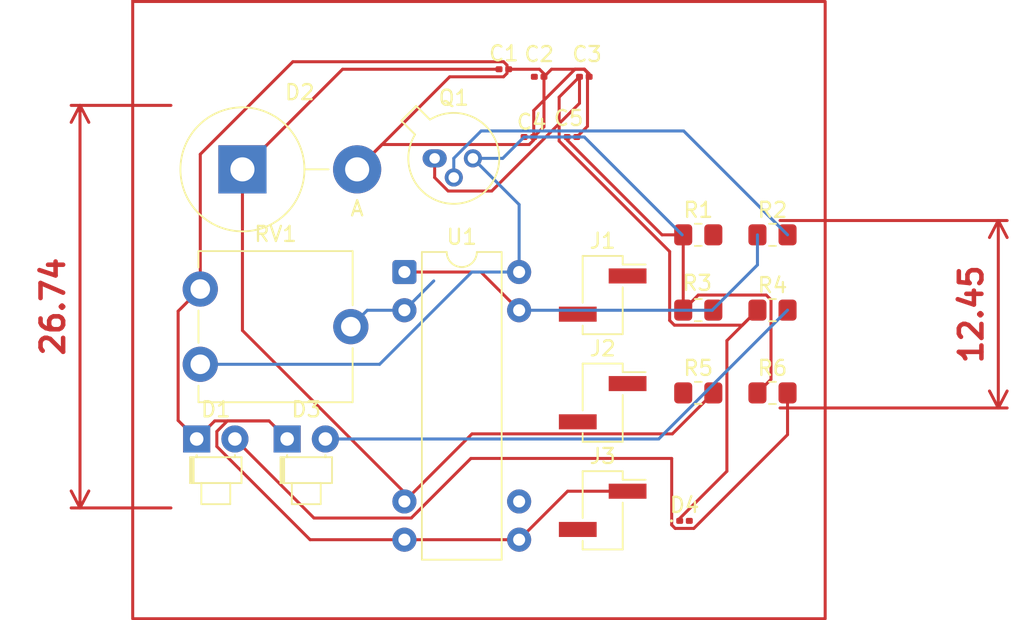
<source format=kicad_pcb>
(kicad_pcb (version 20241229) (generator "pcbnew") (generator_version "9.0")
  (layers (0 "F.Cu" signal) (2 "B.Cu" signal) (13 "F.Paste" user) (15 "B.Paste" user) (5 "F.SilkS" user "F.Silkscreen") (7 "B.SilkS" user "B.Silkscreen") (1 "F.Mask" user) (3 "B.Mask" user) (25 "Edge.Cuts" user))
  (net 0 "")
  (net 1 "GND")
  (net 2 "Net-(D2-K)")
  (net 3 "Net-(U1A--)")
  (net 4 "Net-(D4-K)")
  (net 5 "+5V")
  (net 6 "Net-(D1-A)")
  (net 7 "Net-(D3-A)")
  (net 8 "Net-(J1-Pin_2)")
  (net 9 "Net-(Q1-B)")
  (net 10 "Net-(R2-Pad1)")
  (footprint "Resistor_SMD:R_0805_2012Metric_Pad1.20x1.40mm_HandSolder" (layer "F.Cu") (at 180 78)
    (property "Reference" "R6" (at 0 -1.65 0) (layer "F.SilkS"))
    (property "Value" "R")
    (fp_line (start -0.227064 -0.735) (end 0.227064 -0.735) (stroke (width 0.12)) (layer "F.SilkS"))
    (fp_line (start -0.227064 0.735) (end 0.227064 0.735) (stroke (width 0.12)) (layer "F.SilkS"))
    (pad "1" smd roundrect (at -1 0) (size 1.2 1.4) (layers "F.Cu" "F.Mask" "F.Paste") (roundrect_rratio 0.208333) (net 5 "+5V"))
    (pad "2" smd roundrect (at 1 0) (size 1.2 1.4) (layers "F.Cu" "F.Mask" "F.Paste") (roundrect_rratio 0.208333) (net 6 "Net-(D1-A)"))
  )
  (footprint "Capacitor_SMD:C_0201_0603Metric" (layer "F.Cu") (at 166.68 61)
    (property "Reference" "C5" (at -0.22 -1.25 0) (layer "F.SilkS"))
    (property "Value" "C")
    (pad "1" smd roundrect (at -0.32 0) (size 0.46 0.4) (layers "F.Cu" "F.Mask") (net 5 "+5V"))
    (pad "2" smd roundrect (at 0.32 0) (size 0.46 0.4) (layers "F.Cu" "F.Mask") (net 1 "GND"))
  )
  (footprint "Diode_SMD:D_0201_0603Metric" (layer "F.Cu") (at 174.155 86.5)
    (property "Reference" "D4" (at 0 -1.05 0) (layer "F.SilkS"))
    (property "Value" "D_Filled")
    (fp_circle (center -0.86 0) (end -0.81 0) (stroke (width 0.1)) (fill no) (layer "F.SilkS"))
    (pad "1" smd roundrect (at -0.32 0) (size 0.46 0.4) (layers "F.Cu" "F.Mask") (net 4 "Net-(D4-K)"))
    (pad "2" smd roundrect (at 0.32 0) (size 0.46 0.4) (layers "F.Cu" "F.Mask") (net 1 "GND"))
  )
  (footprint "Resistor_SMD:R_0805_2012Metric_Pad1.20x1.40mm_HandSolder" (layer "F.Cu") (at 175.07 72.5)
    (property "Reference" "R3" (at -0.07 -1.8 0) (layer "F.SilkS"))
    (property "Value" "R")
    (fp_line (start -0.227064 -0.735) (end 0.227064 -0.735) (stroke (width 0.12)) (layer "F.SilkS"))
    (fp_line (start -0.227064 0.735) (end 0.227064 0.735) (stroke (width 0.12)) (layer "F.SilkS"))
    (pad "1" smd roundrect (at -1 0) (size 1.2 1.4) (layers "F.Cu" "F.Mask" "F.Paste") (roundrect_rratio 0.208333) (net 5 "+5V"))
    (pad "2" smd roundrect (at 1 0) (size 1.2 1.4) (layers "F.Cu" "F.Mask" "F.Paste") (roundrect_rratio 0.208333) (net 10 "Net-(R2-Pad1)"))
  )
  (footprint "Connector_PinHeader_2.54mm:PinHeader_1x02_P2.54mm_Vertical_SMD_Pin1Right" (layer "F.Cu") (at 168.72 71.5)
    (property "Reference" "J1" (at 0 -3.6 0) (layer "F.SilkS"))
    (property "Value" "Conn_01x02_Pin")
    (fp_line (start -1.33 -2.6) (end -1.33 0.51) (stroke (width 0.12)) (layer "F.SilkS"))
    (fp_line (start -1.33 -2.6) (end 1.33 -2.6) (stroke (width 0.12)) (layer "F.SilkS"))
    (fp_line (start -1.33 2.03) (end -1.33 2.6) (stroke (width 0.12)) (layer "F.SilkS"))
    (fp_line (start -1.33 2.6) (end 1.33 2.6) (stroke (width 0.12)) (layer "F.SilkS"))
    (fp_line (start 1.33 -2.6) (end 1.33 -2.03) (stroke (width 0.12)) (layer "F.SilkS"))
    (fp_line (start 1.33 -2.03) (end 2.85 -2.03) (stroke (width 0.12)) (layer "F.SilkS"))
    (fp_line (start 1.33 -0.51) (end 1.33 2.6) (stroke (width 0.12)) (layer "F.SilkS"))
    (pad "1" smd rect (at 1.655 -1.27) (size 2.51 1) (layers "F.Cu" "F.Mask" "F.Paste") (net 1 "GND"))
    (pad "2" smd rect (at -1.655 1.27) (size 2.51 1) (layers "F.Cu" "F.Mask" "F.Paste") (net 8 "Net-(J1-Pin_2)"))
  )
  (footprint "Connector_PinHeader_2.54mm:PinHeader_1x02_P2.54mm_Vertical_SMD_Pin1Right" (layer "F.Cu") (at 168.72 78.65)
    (property "Reference" "J2" (at 0 -3.6 0) (layer "F.SilkS"))
    (property "Value" "Conn_01x02_Pin")
    (fp_line (start -1.33 -2.6) (end -1.33 0.51) (stroke (width 0.12)) (layer "F.SilkS"))
    (fp_line (start -1.33 -2.6) (end 1.33 -2.6) (stroke (width 0.12)) (layer "F.SilkS"))
    (fp_line (start -1.33 2.03) (end -1.33 2.6) (stroke (width 0.12)) (layer "F.SilkS"))
    (fp_line (start -1.33 2.6) (end 1.33 2.6) (stroke (width 0.12)) (layer "F.SilkS"))
    (fp_line (start 1.33 -2.6) (end 1.33 -2.03) (stroke (width 0.12)) (layer "F.SilkS"))
    (fp_line (start 1.33 -2.03) (end 2.85 -2.03) (stroke (width 0.12)) (layer "F.SilkS"))
    (fp_line (start 1.33 -0.51) (end 1.33 2.6) (stroke (width 0.12)) (layer "F.SilkS"))
    (pad "1" smd rect (at 1.655 -1.27) (size 2.51 1) (layers "F.Cu" "F.Mask" "F.Paste") (net 1 "GND"))
    (pad "2" smd rect (at -1.655 1.27) (size 2.51 1) (layers "F.Cu" "F.Mask" "F.Paste") (net 5 "+5V"))
  )
  (footprint "LED_THT:LED_D1.8mm_W1.8mm_H2.4mm_Horizontal_O1.27mm_Z1.6mm" (layer "F.Cu") (at 147.76 81.06)
    (property "Reference" "D3" (at 1.27 -1.96 0) (layer "F.SilkS"))
    (property "Value" "LED")
    (fp_line (start -0.44 1.21) (end -0.44 2.93) (stroke (width 0.12)) (layer "F.SilkS"))
    (fp_line (start -0.44 2.93) (end 2.98 2.93) (stroke (width 0.12)) (layer "F.SilkS"))
    (fp_line (start -0.32 1.21) (end -0.32 2.93) (stroke (width 0.12)) (layer "F.SilkS"))
    (fp_line (start -0.2 1.21) (end -0.2 2.93) (stroke (width 0.12)) (layer "F.SilkS"))
    (fp_line (start 0 1.08) (end 0 1.08) (stroke (width 0.12)) (layer "F.SilkS"))
    (fp_line (start 0 1.08) (end 0 1.21) (stroke (width 0.12)) (layer "F.SilkS"))
    (fp_line (start 0 1.21) (end 0 1.08) (stroke (width 0.12)) (layer "F.SilkS"))
    (fp_line (start 0 1.21) (end 0 1.21) (stroke (width 0.12)) (layer "F.SilkS"))
    (fp_line (start 0.31 2.93) (end 0.31 4.33) (stroke (width 0.12)) (layer "F.SilkS"))
    (fp_line (start 0.31 4.33) (end 2.23 4.33) (stroke (width 0.12)) (layer "F.SilkS"))
    (fp_line (start 2.23 2.93) (end 0.31 2.93) (stroke (width 0.12)) (layer "F.SilkS"))
    (fp_line (start 2.23 4.33) (end 2.23 2.93) (stroke (width 0.12)) (layer "F.SilkS"))
    (fp_line (start 2.54 1.08) (end 2.54 1.08) (stroke (width 0.12)) (layer "F.SilkS"))
    (fp_line (start 2.54 1.08) (end 2.54 1.21) (stroke (width 0.12)) (layer "F.SilkS"))
    (fp_line (start 2.54 1.21) (end 2.54 1.08) (stroke (width 0.12)) (layer "F.SilkS"))
    (fp_line (start 2.54 1.21) (end 2.54 1.21) (stroke (width 0.12)) (layer "F.SilkS"))
    (fp_line (start 2.98 1.21) (end -0.44 1.21) (stroke (width 0.12)) (layer "F.SilkS"))
    (fp_line (start 2.98 2.93) (end 2.98 1.21) (stroke (width 0.12)) (layer "F.SilkS"))
    (pad "1" thru_hole rect (at 0 0) (size 1.8 1.8) (drill 0.9) (layers "*.Cu" "*.Mask") (net 1 "GND"))
    (pad "2" thru_hole circle (at 2.54 0) (size 1.8 1.8) (drill 0.9) (layers "*.Cu" "*.Mask") (net 7 "Net-(D3-A)"))
  )
  (footprint "Capacitor_SMD:C_0201_0603Metric" (layer "F.Cu") (at 163.82 61)
    (property "Reference" "C4" (at 0.18 -1 0) (layer "F.SilkS"))
    (property "Value" "C")
    (pad "1" smd roundrect (at -0.32 0) (size 0.46 0.4) (layers "F.Cu" "F.Mask") (net 5 "+5V"))
    (pad "2" smd roundrect (at 0.32 0) (size 0.46 0.4) (layers "F.Cu" "F.Mask") (net 1 "GND"))
  )
  (footprint "Package_TO_SOT_THT:TO-18-3" (layer "F.Cu") (at 157.559448 62.419448)
    (property "Reference" "Q1" (at 1.27 -4.02 0) (layer "F.SilkS"))
    (property "Value" "BC107")
    (fp_line (start -2.214448 -2.494499) (end -1.302281 -1.582331) (stroke (width 0.12)) (layer "F.SilkS"))
    (fp_line (start -1.224499 -3.484448) (end -2.214448 -2.494499) (stroke (width 0.12)) (layer "F.SilkS"))
    (fp_line (start -0.312331 -2.572281) (end -1.224499 -3.484448) (stroke (width 0.12)) (layer "F.SilkS"))
    (fp_arc (start -0.312331 -2.572281) (mid 3.405462 2.135462) (end -1.302281 -1.582331) (stroke (width 0.12)) (layer "F.SilkS"))
    (pad "1" thru_hole oval (at 0 0) (size 1.6 1.2) (drill 0.7) (layers "*.Cu" "*.Mask") (net 4 "Net-(D4-K)"))
    (pad "2" thru_hole circle (at 1.27 1.27) (size 1.2 1.2) (drill 0.7) (layers "*.Cu" "*.Mask") (net 9 "Net-(Q1-B)"))
    (pad "3" thru_hole circle (at 2.54 0) (size 1.2 1.2) (drill 0.7) (layers "*.Cu" "*.Mask") (net 5 "+5V"))
  )
  (footprint "Resistor_SMD:R_0805_2012Metric_Pad1.20x1.40mm_HandSolder" (layer "F.Cu") (at 175.07 67.5)
    (property "Reference" "R1" (at 0 -1.65 0) (layer "F.SilkS"))
    (property "Value" "R")
    (fp_line (start -0.227064 -0.735) (end 0.227064 -0.735) (stroke (width 0.12)) (layer "F.SilkS"))
    (fp_line (start -0.227064 0.735) (end 0.227064 0.735) (stroke (width 0.12)) (layer "F.SilkS"))
    (pad "1" smd roundrect (at -1 0) (size 1.2 1.4) (layers "F.Cu" "F.Mask" "F.Paste") (roundrect_rratio 0.208333) (net 5 "+5V"))
    (pad "2" smd roundrect (at 1 0) (size 1.2 1.4) (layers "F.Cu" "F.Mask" "F.Paste") (roundrect_rratio 0.208333) (net 8 "Net-(J1-Pin_2)"))
  )
  (footprint "Resistor_SMD:R_0805_2012Metric_Pad1.20x1.40mm_HandSolder" (layer "F.Cu") (at 180 72.5)
    (property "Reference" "R4" (at 0 -1.65 0) (layer "F.SilkS"))
    (property "Value" "R")
    (fp_line (start -0.227064 -0.735) (end 0.227064 -0.735) (stroke (width 0.12)) (layer "F.SilkS"))
    (fp_line (start -0.227064 0.735) (end 0.227064 0.735) (stroke (width 0.12)) (layer "F.SilkS"))
    (pad "1" smd roundrect (at -1 0) (size 1.2 1.4) (layers "F.Cu" "F.Mask" "F.Paste") (roundrect_rratio 0.208333) (net 4 "Net-(D4-K)"))
    (pad "2" smd roundrect (at 1 0) (size 1.2 1.4) (layers "F.Cu" "F.Mask" "F.Paste") (roundrect_rratio 0.208333) (net 7 "Net-(D3-A)"))
  )
  (footprint "Capacitor_SMD:C_0201_0603Metric" (layer "F.Cu") (at 162.155 56.5)
    (property "Reference" "C1" (at 0 -1.05 0) (layer "F.SilkS"))
    (property "Value" "C")
    (pad "1" smd roundrect (at -0.32 0) (size 0.46 0.4) (layers "F.Cu" "F.Mask") (net 2 "Net-(D2-K)"))
    (pad "2" smd roundrect (at 0.32 0) (size 0.46 0.4) (layers "F.Cu" "F.Mask") (net 1 "GND"))
  )
  (footprint "Resistor_SMD:R_0805_2012Metric_Pad1.20x1.40mm_HandSolder" (layer "F.Cu") (at 180 67.5)
    (property "Reference" "R2" (at 0 -1.65 0) (layer "F.SilkS"))
    (property "Value" "R")
    (fp_line (start -0.227064 -0.735) (end 0.227064 -0.735) (stroke (width 0.12)) (layer "F.SilkS"))
    (fp_line (start -0.227064 0.735) (end 0.227064 0.735) (stroke (width 0.12)) (layer "F.SilkS"))
    (pad "1" smd roundrect (at -1 0) (size 1.2 1.4) (layers "F.Cu" "F.Mask" "F.Paste") (roundrect_rratio 0.208333) (net 10 "Net-(R2-Pad1)"))
    (pad "2" smd roundrect (at 1 0) (size 1.2 1.4) (layers "F.Cu" "F.Mask" "F.Paste") (roundrect_rratio 0.208333) (net 9 "Net-(Q1-B)"))
  )
  (footprint "Capacitor_SMD:C_0201_0603Metric" (layer "F.Cu") (at 164.5 57)
    (property "Reference" "C2" (at 0 -1.5 0) (layer "F.SilkS"))
    (property "Value" "C")
    (pad "1" smd roundrect (at -0.32 0) (size 0.46 0.4) (layers "F.Cu" "F.Mask") (net 3 "Net-(U1A--)"))
    (pad "2" smd roundrect (at 0.32 0) (size 0.46 0.4) (layers "F.Cu" "F.Mask") (net 1 "GND"))
  )
  (footprint "Diode_THT:D_5KPW_P7.62mm_Vertical_AnodeUp" (layer "F.Cu") (at 144.79 63.15)
    (property "Reference" "D2" (at 3.81 -5.12 0) (layer "F.SilkS"))
    (property "Value" "D_Photo")
    (fp_line (start 4.12 0) (end 5.72 0) (stroke (width 0.12)) (layer "F.SilkS"))
    (fp_circle (center 0 0) (end 4.12 0) (stroke (width 0.12)) (fill no) (layer "F.SilkS"))
    (fp_text user "A" (at 7.62 2.6 0) (layer "F.SilkS"))
    (pad "1" thru_hole rect (at 0 0) (size 3.2 3.2) (drill 1.6) (layers "*.Cu" "*.Mask") (net 2 "Net-(D2-K)"))
    (pad "2" thru_hole oval (at 7.62 0) (size 3.2 3.2) (drill 1.6) (layers "*.Cu" "*.Mask") (net 1 "GND"))
  )
  (footprint "Resistor_SMD:R_0805_2012Metric_Pad1.20x1.40mm_HandSolder" (layer "F.Cu") (at 175.07 78)
    (property "Reference" "R5" (at 0 -1.65 0) (layer "F.SilkS"))
    (property "Value" "R")
    (fp_line (start -0.227064 -0.735) (end 0.227064 -0.735) (stroke (width 0.12)) (layer "F.SilkS"))
    (fp_line (start -0.227064 0.735) (end 0.227064 0.735) (stroke (width 0.12)) (layer "F.SilkS"))
    (pad "1" smd roundrect (at -1 0) (size 1.2 1.4) (layers "F.Cu" "F.Mask" "F.Paste") (roundrect_rratio 0.208333) (net 5 "+5V"))
    (pad "2" smd roundrect (at 1 0) (size 1.2 1.4) (layers "F.Cu" "F.Mask" "F.Paste") (roundrect_rratio 0.208333) (net 2 "Net-(D2-K)"))
  )
  (footprint "Potentiometer_THT:Potentiometer_ACP_CA9-V10_Vertical" (layer "F.Cu") (at 141.99 76.1)
    (property "Reference" "RV1" (at 5 -8.65 0) (layer "F.SilkS"))
    (property "Value" "R_Potentiometer")
    (fp_line (start -0.12 -7.521) (end -0.12 -6.426) (stroke (width 0.12)) (layer "F.SilkS"))
    (fp_line (start -0.12 -7.521) (end 10.12 -7.521) (stroke (width 0.12)) (layer "F.SilkS"))
    (fp_line (start -0.12 -3.574) (end -0.12 -1.425) (stroke (width 0.12)) (layer "F.SilkS"))
    (fp_line (start -0.12 1.425) (end -0.12 2.52) (stroke (width 0.12)) (layer "F.SilkS"))
    (fp_line (start -0.12 2.52) (end 10.12 2.52) (stroke (width 0.12)) (layer "F.SilkS"))
    (fp_line (start 10.12 -7.521) (end 10.12 -3.925) (stroke (width 0.12)) (layer "F.SilkS"))
    (fp_line (start 10.12 -1.075) (end 10.12 2.52) (stroke (width 0.12)) (layer "F.SilkS"))
    (pad "1" thru_hole circle (at 0 0) (size 2.34 2.34) (drill 1.3) (layers "*.Cu" "*.Mask") (net 5 "+5V"))
    (pad "2" thru_hole circle (at 10 -2.5) (size 2.34 2.34) (drill 1.3) (layers "*.Cu" "*.Mask") (net 3 "Net-(U1A--)"))
    (pad "3" thru_hole circle (at 0 -5) (size 2.34 2.34) (drill 1.3) (layers "*.Cu" "*.Mask") (net 1 "GND"))
  )
  (footprint "Connector_PinHeader_2.54mm:PinHeader_1x02_P2.54mm_Vertical_SMD_Pin1Right" (layer "F.Cu") (at 168.72 85.8)
    (property "Reference" "J3" (at 0 -3.6 0) (layer "F.SilkS"))
    (property "Value" "Conn_01x02_Pin")
    (fp_line (start -1.33 -2.6) (end -1.33 0.51) (stroke (width 0.12)) (layer "F.SilkS"))
    (fp_line (start -1.33 -2.6) (end 1.33 -2.6) (stroke (width 0.12)) (layer "F.SilkS"))
    (fp_line (start -1.33 2.03) (end -1.33 2.6) (stroke (width 0.12)) (layer "F.SilkS"))
    (fp_line (start -1.33 2.6) (end 1.33 2.6) (stroke (width 0.12)) (layer "F.SilkS"))
    (fp_line (start 1.33 -2.6) (end 1.33 -2.03) (stroke (width 0.12)) (layer "F.SilkS"))
    (fp_line (start 1.33 -2.03) (end 2.85 -2.03) (stroke (width 0.12)) (layer "F.SilkS"))
    (fp_line (start 1.33 -0.51) (end 1.33 2.6) (stroke (width 0.12)) (layer "F.SilkS"))
    (pad "1" smd rect (at 1.655 -1.27) (size 2.51 1) (layers "F.Cu" "F.Mask" "F.Paste") (net 1 "GND"))
    (pad "2" smd rect (at -1.655 1.27) (size 2.51 1) (layers "F.Cu" "F.Mask" "F.Paste") (net 4 "Net-(D4-K)"))
  )
  (footprint "LED_THT:LED_D1.8mm_W1.8mm_H2.4mm_Horizontal_O1.27mm_Z1.6mm" (layer "F.Cu") (at 141.75 81.06)
    (property "Reference" "D1" (at 1.27 -1.96 0) (layer "F.SilkS"))
    (property "Value" "LED")
    (fp_line (start -0.44 1.21) (end -0.44 2.93) (stroke (width 0.12)) (layer "F.SilkS"))
    (fp_line (start -0.44 2.93) (end 2.98 2.93) (stroke (width 0.12)) (layer "F.SilkS"))
    (fp_line (start -0.32 1.21) (end -0.32 2.93) (stroke (width 0.12)) (layer "F.SilkS"))
    (fp_line (start -0.2 1.21) (end -0.2 2.93) (stroke (width 0.12)) (layer "F.SilkS"))
    (fp_line (start 0 1.08) (end 0 1.08) (stroke (width 0.12)) (layer "F.SilkS"))
    (fp_line (start 0 1.08) (end 0 1.21) (stroke (width 0.12)) (layer "F.SilkS"))
    (fp_line (start 0 1.21) (end 0 1.08) (stroke (width 0.12)) (layer "F.SilkS"))
    (fp_line (start 0 1.21) (end 0 1.21) (stroke (width 0.12)) (layer "F.SilkS"))
    (fp_line (start 0.31 2.93) (end 0.31 4.33) (stroke (width 0.12)) (layer "F.SilkS"))
    (fp_line (start 0.31 4.33) (end 2.23 4.33) (stroke (width 0.12)) (layer "F.SilkS"))
    (fp_line (start 2.23 2.93) (end 0.31 2.93) (stroke (width 0.12)) (layer "F.SilkS"))
    (fp_line (start 2.23 4.33) (end 2.23 2.93) (stroke (width 0.12)) (layer "F.SilkS"))
    (fp_line (start 2.54 1.08) (end 2.54 1.08) (stroke (width 0.12)) (layer "F.SilkS"))
    (fp_line (start 2.54 1.08) (end 2.54 1.21) (stroke (width 0.12)) (layer "F.SilkS"))
    (fp_line (start 2.54 1.21) (end 2.54 1.08) (stroke (width 0.12)) (layer "F.SilkS"))
    (fp_line (start 2.54 1.21) (end 2.54 1.21) (stroke (width 0.12)) (layer "F.SilkS"))
    (fp_line (start 2.98 1.21) (end -0.44 1.21) (stroke (width 0.12)) (layer "F.SilkS"))
    (fp_line (start 2.98 2.93) (end 2.98 1.21) (stroke (width 0.12)) (layer "F.SilkS"))
    (pad "1" thru_hole rect (at 0 0) (size 1.8 1.8) (drill 0.9) (layers "*.Cu" "*.Mask") (net 1 "GND"))
    (pad "2" thru_hole circle (at 2.54 0) (size 1.8 1.8) (drill 0.9) (layers "*.Cu" "*.Mask") (net 6 "Net-(D1-A)"))
  )
  (footprint "Capacitor_SMD:C_0201_0603Metric" (layer "F.Cu") (at 167.5 57)
    (property "Reference" "C3" (at 0.18 -1.5 0) (layer "F.SilkS"))
    (property "Value" "C")
    (pad "1" smd roundrect (at -0.32 0) (size 0.46 0.4) (layers "F.Cu" "F.Mask") (net 4 "Net-(D4-K)"))
    (pad "2" smd roundrect (at 0.32 0) (size 0.46 0.4) (layers "F.Cu" "F.Mask") (net 1 "GND"))
  )
  (footprint "Package_DIP:DIP-8-16_W7.62mm" (layer "F.Cu") (at 155.55 69.97)
    (property "Reference" "U1" (at 3.81 -2.33 0) (layer "F.SilkS"))
    (property "Value" "LM393")
    (fp_line (start 1.16 -1.33) (end 1.16 19.11) (stroke (width 0.12)) (layer "F.SilkS"))
    (fp_line (start 1.16 19.11) (end 6.46 19.11) (stroke (width 0.12)) (layer "F.SilkS"))
    (fp_line (start 2.81 -1.33) (end 1.16 -1.33) (stroke (width 0.12)) (layer "F.SilkS"))
    (fp_line (start 6.46 -1.33) (end 4.81 -1.33) (stroke (width 0.12)) (layer "F.SilkS"))
    (fp_line (start 6.46 19.11) (end 6.46 -1.33) (stroke (width 0.12)) (layer "F.SilkS"))
    (fp_arc (start 4.81 -1.33) (mid 3.81 -0.33) (end 2.81 -1.33) (stroke (width 0.12)) (layer "F.SilkS"))
    (pad "1" thru_hole roundrect (at 0 0) (size 1.6 1.6) (drill 0.8) (layers "*.Cu" "*.Mask") (roundrect_rratio 0.15625) (net 10 "Net-(R2-Pad1)"))
    (pad "2" thru_hole circle (at 0 2.54) (size 1.6 1.6) (drill 0.8) (layers "*.Cu" "*.Mask") (net 3 "Net-(U1A--)"))
    (pad "3" thru_hole circle (at 0 15.24) (size 1.6 1.6) (drill 0.8) (layers "*.Cu" "*.Mask") (net 2 "Net-(D2-K)"))
    (pad "4" thru_hole circle (at 0 17.78) (size 1.6 1.6) (drill 0.8) (layers "*.Cu" "*.Mask") (net 1 "GND"))
    (pad "5" thru_hole circle (at 7.62 17.78) (size 1.6 1.6) (drill 0.8) (layers "*.Cu" "*.Mask") (net 1 "GND"))
    (pad "6" thru_hole circle (at 7.62 15.24) (size 1.6 1.6) (drill 0.8) (layers "*.Cu" "*.Mask") (net 5 "+5V"))
    (pad "7" thru_hole circle (at 7.62 2.54) (size 1.6 1.6) (drill 0.8) (layers "*.Cu" "*.Mask") (net 10 "Net-(R2-Pad1)"))
    (pad "8" thru_hole circle (at 7.62 0) (size 1.6 1.6) (drill 0.8) (layers "*.Cu" "*.Mask") (net 5 "+5V"))
  )
  (gr_rect (start 137.5 52) (end 183.5 93) (stroke (width 0.2)) (fill no) (layer "F.Cu"))
  (dimension (type orthogonal) (layer "F.Cu") (pts (xy 140.54 85.64) (xy 140.54 58.9)) (height -6.54) (orientation 1) (format (prefix "") (suffix "") (units 3) (units_format 0) (precision 4) (suppress_zeroes yes)) (style (thickness 0.2) (arrow_length 1.27) (text_position_mode 0) (arrow_direction outward) (extension_height 0.58642) (extension_offset 0.5) (keep_text_aligned yes)) (gr_text "26.74" (at 132.2 72.27 90) (layer "F.Cu") (effects (font (size 1.5 1.5) (thickness 0.3)))))
  (dimension (type orthogonal) (layer "F.Cu") (pts (xy 180 66.55) (xy 180 79)) (height 15) (orientation 1) (format (prefix "") (suffix "") (units 3) (units_format 0) (precision 4) (suppress_zeroes yes)) (style (thickness 0.2) (arrow_length 1.27) (text_position_mode 0) (arrow_direction outward) (extension_height 0.58642) (extension_offset 0.5) (keep_text_aligned yes)) (gr_text "12.45" (at 193.2 72.775 90) (layer "F.Cu") (effects (font (size 1.5 1.5) (thickness 0.3)))))
  (segment (start 163.838999 61.501) (end 164.14 61.199999) (width 0.2) (layer "F.Cu") (net 1))
  (segment (start 164.14 61.199999) (end 164.14 61) (width 0.2) (layer "F.Cu") (net 1))
  (segment (start 163.17 87.75) (end 166.39 84.53) (width 0.2) (layer "F.Cu") (net 1))
  (segment (start 152.41 63.15) (end 158.559 57.001) (width 0.2) (layer "F.Cu") (net 1))
  (segment (start 164.82 56.800001) (end 164.519999 56.5) (width 0.2) (layer "F.Cu") (net 1))
  (segment (start 158.559 57.001) (end 162.13387 57.001) (width 0.2) (layer "F.Cu") (net 1))
  (segment (start 162.366 56.76887) (end 162.366 56.23113) (width 0.2) (layer "F.Cu") (net 1))
  (segment (start 162.13387 57.001) (end 162.366 56.76887) (width 0.2) (layer "F.Cu") (net 1))
  (segment (start 148.138 56) (end 141.99 62.148) (width 0.2) (layer "F.Cu") (net 1))
  (segment (start 167.82 56.800001) (end 167.518999 56.499) (width 0.2) (layer "F.Cu") (net 1))
  (segment (start 167.82 57) (end 167.82 56.800001) (width 0.2) (layer "F.Cu") (net 1))
  (segment (start 154.059 61.501) (end 163.838999 61.501) (width 0.2) (layer "F.Cu") (net 1))
  (segment (start 167.518999 56.499) (end 165.321 56.499) (width 0.2) (layer "F.Cu") (net 1))
  (segment (start 167.711 56.73113) (end 167.47887 56.499) (width 0.2) (layer "F.Cu") (net 1))
  (segment (start 140.519 79.829) (end 141.75 81.06) (width 0.2) (layer "F.Cu") (net 1))
  (segment (start 164.14 61) (end 164.82 60.32) (width 0.2) (layer "F.Cu") (net 1))
  (segment (start 142.951 79.859) (end 146.559 79.859) (width 0.2) (layer "F.Cu") (net 1))
  (segment (start 166.88113 56.499) (end 164.14 59.24013) (width 0.2) (layer "F.Cu") (net 1))
  (segment (start 164.519999 56.5) (end 162.475 56.5) (width 0.2) (layer "F.Cu") (net 1))
  (segment (start 141.99 62.148) (end 141.99 71.1) (width 0.2) (layer "F.Cu") (net 1))
  (segment (start 155.55 87.75) (end 163.17 87.75) (width 0.2) (layer "F.Cu") (net 1))
  (segment (start 141.75 81.06) (end 142.951 79.859) (width 0.2) (layer "F.Cu") (net 1))
  (segment (start 146.559 79.859) (end 143.792529 79.859) (width 0.2) (layer "F.Cu") (net 1))
  (segment (start 167 61) (end 167.711 60.289) (width 0.2) (layer "F.Cu") (net 1))
  (segment (start 162.13487 56) (end 148.138 56) (width 0.2) (layer "F.Cu") (net 1))
  (segment (start 164.82 60.32) (end 164.82 57) (width 0.2) (layer "F.Cu") (net 1))
  (segment (start 162.366 56.23113) (end 162.13487 56) (width 0.2) (layer "F.Cu") (net 1))
  (segment (start 165.321 56.499) (end 164.82 57) (width 0.2) (layer "F.Cu") (net 1))
  (segment (start 164.14 59.24013) (end 164.14 61) (width 0.2) (layer "F.Cu") (net 1))
  (segment (start 141.99 71.1) (end 140.519 72.571) (width 0.2) (layer "F.Cu") (net 1))
  (segment (start 152.41 63.15) (end 154.059 61.501) (width 0.2) (layer "F.Cu") (net 1))
  (segment (start 164.82 57) (end 164.82 56.800001) (width 0.2) (layer "F.Cu") (net 1))
  (segment (start 143.792529 79.859) (end 143.089 80.562529) (width 0.2) (layer "F.Cu") (net 1))
  (segment (start 143.089 80.562529) (end 143.089 81.557471) (width 0.2) (layer "F.Cu") (net 1))
  (segment (start 167.711 60.289) (end 167.711 56.73113) (width 0.2) (layer "F.Cu") (net 1))
  (segment (start 140.519 72.571) (end 140.519 79.829) (width 0.2) (layer "F.Cu") (net 1))
  (segment (start 143.089 81.557471) (end 149.281529 87.75) (width 0.2) (layer "F.Cu") (net 1))
  (segment (start 167.47887 56.499) (end 166.88113 56.499) (width 0.2) (layer "F.Cu") (net 1))
  (segment (start 147.76 81.06) (end 146.559 79.859) (width 0.2) (layer "F.Cu") (net 1))
  (segment (start 149.281529 87.75) (end 155.55 87.75) (width 0.2) (layer "F.Cu") (net 1))
  (segment (start 166.39 84.53) (end 170.375 84.53) (width 0.2) (layer "F.Cu") (net 1))
  (segment (start 144.79 73.851529) (end 155.55 84.611529) (width 0.2) (layer "F.Cu") (net 2))
  (segment (start 151.44 56.5) (end 161.835 56.5) (width 0.2) (layer "F.Cu") (net 2))
  (segment (start 155.55 85.21) (end 160.039 80.721) (width 0.2) (layer "F.Cu") (net 2))
  (segment (start 160.039 80.721) (end 173.349 80.721) (width 0.2) (layer "F.Cu") (net 2))
  (segment (start 144.79 63.15) (end 151.44 56.5) (width 0.2) (layer "F.Cu") (net 2))
  (segment (start 155.55 84.611529) (end 155.55 85.21) (width 0.2) (layer "F.Cu") (net 2))
  (segment (start 144.79 63.15) (end 144.79 73.851529) (width 0.2) (layer "F.Cu") (net 2))
  (segment (start 173.349 80.721) (end 176.07 78) (width 0.2) (layer "F.Cu") (net 2))
  (segment (start 155.55 72.51) (end 157.5 70.56) (width 0.2) (layer "B.Cu") (net 3))
  (segment (start 153.08 72.51) (end 151.99 73.6) (width 0.2) (layer "B.Cu") (net 3))
  (segment (start 155.55 72.51) (end 153.08 72.51) (width 0.2) (layer "B.Cu") (net 3))
  (segment (start 173.48484 73.501) (end 173.169 73.18516) (width 0.2) (layer "F.Cu") (net 4))
  (segment (start 158.456241 64.590448) (end 157.559448 63.693655) (width 0.2) (layer "F.Cu") (net 4))
  (segment (start 179 72.5) (end 176.971 74.529) (width 0.2) (layer "F.Cu") (net 4))
  (segment (start 173.835 86.34013) (end 173.835 86.5) (width 0.2) (layer "F.Cu") (net 4))
  (segment (start 167.18 57) (end 167.18 58.75987) (width 0.2) (layer "F.Cu") (net 4))
  (segment (start 167.18 58.75987) (end 161.349422 64.590448) (width 0.2) (layer "F.Cu") (net 4))
  (segment (start 173.169 68.60887) (end 165.829 61.26887) (width 0.2) (layer "F.Cu") (net 4))
  (segment (start 161.349422 64.590448) (end 158.456241 64.590448) (width 0.2) (layer "F.Cu") (net 4))
  (segment (start 176.971 83.20413) (end 173.835 86.34013) (width 0.2) (layer "F.Cu") (net 4))
  (segment (start 177.999 73.501) (end 173.48484 73.501) (width 0.2) (layer "F.Cu") (net 4))
  (segment (start 165.829 58.351) (end 167.18 57) (width 0.2) (layer "F.Cu") (net 4))
  (segment (start 173.169 73.18516) (end 173.169 68.60887) (width 0.2) (layer "F.Cu") (net 4))
  (segment (start 165.829 61.26887) (end 165.829 58.351) (width 0.2) (layer "F.Cu") (net 4))
  (segment (start 176.971 74.529) (end 176.971 83.20413) (width 0.2) (layer "F.Cu") (net 4))
  (segment (start 157.559448 63.693655) (end 157.559448 62.419448) (width 0.2) (layer "F.Cu") (net 4))
  (segment (start 179 72.5) (end 177.999 73.501) (width 0.2) (layer "F.Cu") (net 4))
  (segment (start 175.071 71.499) (end 174.07 72.5) (width 0.2) (layer "F.Cu") (net 5))
  (segment (start 179.901 71.81484) (end 179.58516 71.499) (width 0.2) (layer "F.Cu") (net 5))
  (segment (start 179.901 77.099) (end 179.901 71.81484) (width 0.2) (layer "F.Cu") (net 5))
  (segment (start 166.36 61.199999) (end 172.660001 67.5) (width 0.2) (layer "F.Cu") (net 5))
  (segment (start 172.660001 67.5) (end 174.07 67.5) (width 0.2) (layer "F.Cu") (net 5))
  (segment (start 179.58516 71.499) (end 175.071 71.499) (width 0.2) (layer "F.Cu") (net 5))
  (segment (start 166.36 61) (end 166.36 61.199999) (width 0.2) (layer "F.Cu") (net 5))
  (segment (start 174.07 67.5) (end 174.07 72.5) (width 0.2) (layer "F.Cu") (net 5))
  (segment (start 179 78) (end 179.901 77.099) (width 0.2) (layer "F.Cu") (net 5))
  (segment (start 141.99 76.1) (end 153.9 76.1) (width 0.2) (layer "B.Cu") (net 5))
  (segment (start 160.099448 62.419448) (end 162.080552 62.419448) (width 0.2) (layer "B.Cu") (net 5))
  (segment (start 163.17 69.97) (end 163.17 65.49) (width 0.2) (layer "B.Cu") (net 5))
  (segment (start 167.5 61) (end 174 67.5) (width 0.2) (layer "B.Cu") (net 5))
  (segment (start 163.5 61) (end 166.5 61) (width 0.2) (layer "B.Cu") (net 5))
  (segment (start 160.03 69.97) (end 163.17 69.97) (width 0.2) (layer "B.Cu") (net 5))
  (segment (start 166.5 61) (end 167.5 61) (width 0.2) (layer "B.Cu") (net 5))
  (segment (start 163.17 65.49) (end 160.099448 62.419448) (width 0.2) (layer "B.Cu") (net 5))
  (segment (start 153.9 76.1) (end 160.03 69.97) (width 0.2) (layer "B.Cu") (net 5))
  (segment (start 162.080552 62.419448) (end 163.5 61) (width 0.2) (layer "B.Cu") (net 5))
  (segment (start 173.304 82.35216) (end 159.96489 82.35216) (width 0.2) (layer "F.Cu") (net 6))
  (segment (start 174.77387 87.001) (end 173.53613 87.001) (width 0.2) (layer "F.Cu") (net 6))
  (segment (start 159.96489 82.35216) (end 156.00605 86.311) (width 0.2) (layer "F.Cu") (net 6))
  (segment (start 173.304 86.76887) (end 173.304 82.35216) (width 0.2) (layer "F.Cu") (net 6))
  (segment (start 149.541 86.311) (end 144.29 81.06) (width 0.2) (layer "F.Cu") (net 6))
  (segment (start 156.00605 86.311) (end 149.541 86.311) (width 0.2) (layer "F.Cu") (net 6))
  (segment (start 181 78) (end 181 80.77487) (width 0.2) (layer "F.Cu") (net 6))
  (segment (start 181 80.77487) (end 174.77387 87.001) (width 0.2) (layer "F.Cu") (net 6))
  (segment (start 173.53613 87.001) (end 173.304 86.76887) (width 0.2) (layer "F.Cu") (net 6))
  (segment (start 150.3 81.06) (end 172.44 81.06) (width 0.2) (layer "B.Cu") (net 7))
  (segment (start 172.44 81.06) (end 181 72.5) (width 0.2) (layer "B.Cu") (net 7))
  (segment (start 160.645689 60.599) (end 174.099 60.599) (width 0.2) (layer "B.Cu") (net 9))
  (segment (start 158.829448 62.415241) (end 160.645689 60.599) (width 0.2) (layer "B.Cu") (net 9))
  (segment (start 174.099 60.599) (end 181 67.5) (width 0.2) (layer "B.Cu") (net 9))
  (segment (start 158.829448 63.689448) (end 158.829448 62.415241) (width 0.2) (layer "B.Cu") (net 9))
  (segment (start 155.55 69.97) (end 160.63 69.97) (width 0.2) (layer "F.Cu") (net 10))
  (segment (start 160.63 69.97) (end 163.17 72.51) (width 0.2) (layer "F.Cu") (net 10))
  (segment (start 163.17 72.51) (end 175.99 72.51) (width 0.2) (layer "B.Cu") (net 10))
  (segment (start 179 69.5) (end 179 67.5) (width 0.2) (layer "B.Cu") (net 10))
  (segment (start 176 72.5) (end 179 69.5) (width 0.2) (layer "B.Cu") (net 10))
  (segment (start 175.99 72.51) (end 176 72.5) (width 0.2) (layer "B.Cu") (net 10))
)
</source>
